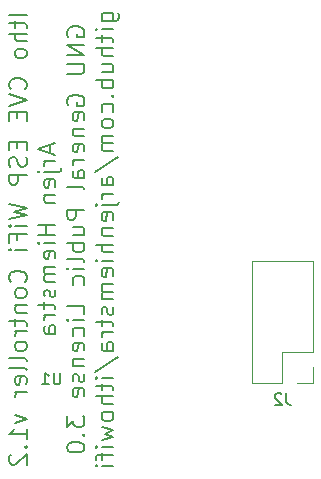
<source format=gbo>
G04 #@! TF.GenerationSoftware,KiCad,Pcbnew,(5.1.5-0-10_14)*
G04 #@! TF.CreationDate,2020-04-22T00:34:19+02:00*
G04 #@! TF.ProjectId,ithowifi,6974686f-7769-4666-992e-6b696361645f,rev?*
G04 #@! TF.SameCoordinates,Original*
G04 #@! TF.FileFunction,Legend,Bot*
G04 #@! TF.FilePolarity,Positive*
%FSLAX46Y46*%
G04 Gerber Fmt 4.6, Leading zero omitted, Abs format (unit mm)*
G04 Created by KiCad (PCBNEW (5.1.5-0-10_14)) date 2020-04-22 00:34:19*
%MOMM*%
%LPD*%
G04 APERTURE LIST*
%ADD10C,0.200000*%
%ADD11C,0.120000*%
%ADD12C,0.150000*%
G04 APERTURE END LIST*
D10*
X99111571Y-108000000D02*
X97611571Y-108000000D01*
X98111571Y-108500000D02*
X98111571Y-109071428D01*
X97611571Y-108714285D02*
X98897285Y-108714285D01*
X99040142Y-108785714D01*
X99111571Y-108928571D01*
X99111571Y-109071428D01*
X99111571Y-109571428D02*
X97611571Y-109571428D01*
X99111571Y-110214285D02*
X98325857Y-110214285D01*
X98183000Y-110142857D01*
X98111571Y-110000000D01*
X98111571Y-109785714D01*
X98183000Y-109642857D01*
X98254428Y-109571428D01*
X99111571Y-111142857D02*
X99040142Y-111000000D01*
X98968714Y-110928571D01*
X98825857Y-110857142D01*
X98397285Y-110857142D01*
X98254428Y-110928571D01*
X98183000Y-111000000D01*
X98111571Y-111142857D01*
X98111571Y-111357142D01*
X98183000Y-111500000D01*
X98254428Y-111571428D01*
X98397285Y-111642857D01*
X98825857Y-111642857D01*
X98968714Y-111571428D01*
X99040142Y-111500000D01*
X99111571Y-111357142D01*
X99111571Y-111142857D01*
X98968714Y-114285714D02*
X99040142Y-114214285D01*
X99111571Y-114000000D01*
X99111571Y-113857142D01*
X99040142Y-113642857D01*
X98897285Y-113500000D01*
X98754428Y-113428571D01*
X98468714Y-113357142D01*
X98254428Y-113357142D01*
X97968714Y-113428571D01*
X97825857Y-113500000D01*
X97683000Y-113642857D01*
X97611571Y-113857142D01*
X97611571Y-114000000D01*
X97683000Y-114214285D01*
X97754428Y-114285714D01*
X97611571Y-114714285D02*
X99111571Y-115214285D01*
X97611571Y-115714285D01*
X98325857Y-116214285D02*
X98325857Y-116714285D01*
X99111571Y-116928571D02*
X99111571Y-116214285D01*
X97611571Y-116214285D01*
X97611571Y-116928571D01*
X98325857Y-118714285D02*
X98325857Y-119214285D01*
X99111571Y-119428571D02*
X99111571Y-118714285D01*
X97611571Y-118714285D01*
X97611571Y-119428571D01*
X99040142Y-120000000D02*
X99111571Y-120214285D01*
X99111571Y-120571428D01*
X99040142Y-120714285D01*
X98968714Y-120785714D01*
X98825857Y-120857142D01*
X98683000Y-120857142D01*
X98540142Y-120785714D01*
X98468714Y-120714285D01*
X98397285Y-120571428D01*
X98325857Y-120285714D01*
X98254428Y-120142857D01*
X98183000Y-120071428D01*
X98040142Y-120000000D01*
X97897285Y-120000000D01*
X97754428Y-120071428D01*
X97683000Y-120142857D01*
X97611571Y-120285714D01*
X97611571Y-120642857D01*
X97683000Y-120857142D01*
X99111571Y-121500000D02*
X97611571Y-121500000D01*
X97611571Y-122071428D01*
X97683000Y-122214285D01*
X97754428Y-122285714D01*
X97897285Y-122357142D01*
X98111571Y-122357142D01*
X98254428Y-122285714D01*
X98325857Y-122214285D01*
X98397285Y-122071428D01*
X98397285Y-121500000D01*
X97611571Y-124000000D02*
X99111571Y-124357142D01*
X98040142Y-124642857D01*
X99111571Y-124928571D01*
X97611571Y-125285714D01*
X99111571Y-125857142D02*
X98111571Y-125857142D01*
X97611571Y-125857142D02*
X97683000Y-125785714D01*
X97754428Y-125857142D01*
X97683000Y-125928571D01*
X97611571Y-125857142D01*
X97754428Y-125857142D01*
X98325857Y-127071428D02*
X98325857Y-126571428D01*
X99111571Y-126571428D02*
X97611571Y-126571428D01*
X97611571Y-127285714D01*
X99111571Y-127857142D02*
X98111571Y-127857142D01*
X97611571Y-127857142D02*
X97683000Y-127785714D01*
X97754428Y-127857142D01*
X97683000Y-127928571D01*
X97611571Y-127857142D01*
X97754428Y-127857142D01*
X98968714Y-130571428D02*
X99040142Y-130500000D01*
X99111571Y-130285714D01*
X99111571Y-130142857D01*
X99040142Y-129928571D01*
X98897285Y-129785714D01*
X98754428Y-129714285D01*
X98468714Y-129642857D01*
X98254428Y-129642857D01*
X97968714Y-129714285D01*
X97825857Y-129785714D01*
X97683000Y-129928571D01*
X97611571Y-130142857D01*
X97611571Y-130285714D01*
X97683000Y-130500000D01*
X97754428Y-130571428D01*
X99111571Y-131428571D02*
X99040142Y-131285714D01*
X98968714Y-131214285D01*
X98825857Y-131142857D01*
X98397285Y-131142857D01*
X98254428Y-131214285D01*
X98183000Y-131285714D01*
X98111571Y-131428571D01*
X98111571Y-131642857D01*
X98183000Y-131785714D01*
X98254428Y-131857142D01*
X98397285Y-131928571D01*
X98825857Y-131928571D01*
X98968714Y-131857142D01*
X99040142Y-131785714D01*
X99111571Y-131642857D01*
X99111571Y-131428571D01*
X98111571Y-132571428D02*
X99111571Y-132571428D01*
X98254428Y-132571428D02*
X98183000Y-132642857D01*
X98111571Y-132785714D01*
X98111571Y-133000000D01*
X98183000Y-133142857D01*
X98325857Y-133214285D01*
X99111571Y-133214285D01*
X98111571Y-133714285D02*
X98111571Y-134285714D01*
X97611571Y-133928571D02*
X98897285Y-133928571D01*
X99040142Y-134000000D01*
X99111571Y-134142857D01*
X99111571Y-134285714D01*
X99111571Y-134785714D02*
X98111571Y-134785714D01*
X98397285Y-134785714D02*
X98254428Y-134857142D01*
X98183000Y-134928571D01*
X98111571Y-135071428D01*
X98111571Y-135214285D01*
X99111571Y-135928571D02*
X99040142Y-135785714D01*
X98968714Y-135714285D01*
X98825857Y-135642857D01*
X98397285Y-135642857D01*
X98254428Y-135714285D01*
X98183000Y-135785714D01*
X98111571Y-135928571D01*
X98111571Y-136142857D01*
X98183000Y-136285714D01*
X98254428Y-136357142D01*
X98397285Y-136428571D01*
X98825857Y-136428571D01*
X98968714Y-136357142D01*
X99040142Y-136285714D01*
X99111571Y-136142857D01*
X99111571Y-135928571D01*
X99111571Y-137285714D02*
X99040142Y-137142857D01*
X98897285Y-137071428D01*
X97611571Y-137071428D01*
X99111571Y-138071428D02*
X99040142Y-137928571D01*
X98897285Y-137857142D01*
X97611571Y-137857142D01*
X99040142Y-139214285D02*
X99111571Y-139071428D01*
X99111571Y-138785714D01*
X99040142Y-138642857D01*
X98897285Y-138571428D01*
X98325857Y-138571428D01*
X98183000Y-138642857D01*
X98111571Y-138785714D01*
X98111571Y-139071428D01*
X98183000Y-139214285D01*
X98325857Y-139285714D01*
X98468714Y-139285714D01*
X98611571Y-138571428D01*
X99111571Y-139928571D02*
X98111571Y-139928571D01*
X98397285Y-139928571D02*
X98254428Y-140000000D01*
X98183000Y-140071428D01*
X98111571Y-140214285D01*
X98111571Y-140357142D01*
X98111571Y-141857142D02*
X99111571Y-142214285D01*
X98111571Y-142571428D01*
X99111571Y-143928571D02*
X99111571Y-143071428D01*
X99111571Y-143500000D02*
X97611571Y-143500000D01*
X97825857Y-143357142D01*
X97968714Y-143214285D01*
X98040142Y-143071428D01*
X98968714Y-144571428D02*
X99040142Y-144642857D01*
X99111571Y-144571428D01*
X99040142Y-144500000D01*
X98968714Y-144571428D01*
X99111571Y-144571428D01*
X97754428Y-145214285D02*
X97683000Y-145285714D01*
X97611571Y-145428571D01*
X97611571Y-145785714D01*
X97683000Y-145928571D01*
X97754428Y-146000000D01*
X97897285Y-146071428D01*
X98040142Y-146071428D01*
X98254428Y-146000000D01*
X99111571Y-145142857D01*
X99111571Y-146071428D01*
X101133000Y-118964285D02*
X101133000Y-119678571D01*
X101561571Y-118821428D02*
X100061571Y-119321428D01*
X101561571Y-119821428D01*
X101561571Y-120321428D02*
X100561571Y-120321428D01*
X100847285Y-120321428D02*
X100704428Y-120392857D01*
X100633000Y-120464285D01*
X100561571Y-120607142D01*
X100561571Y-120750000D01*
X100561571Y-121250000D02*
X101847285Y-121250000D01*
X101990142Y-121178571D01*
X102061571Y-121035714D01*
X102061571Y-120964285D01*
X100061571Y-121250000D02*
X100133000Y-121178571D01*
X100204428Y-121250000D01*
X100133000Y-121321428D01*
X100061571Y-121250000D01*
X100204428Y-121250000D01*
X101490142Y-122535714D02*
X101561571Y-122392857D01*
X101561571Y-122107142D01*
X101490142Y-121964285D01*
X101347285Y-121892857D01*
X100775857Y-121892857D01*
X100633000Y-121964285D01*
X100561571Y-122107142D01*
X100561571Y-122392857D01*
X100633000Y-122535714D01*
X100775857Y-122607142D01*
X100918714Y-122607142D01*
X101061571Y-121892857D01*
X100561571Y-123250000D02*
X101561571Y-123250000D01*
X100704428Y-123250000D02*
X100633000Y-123321428D01*
X100561571Y-123464285D01*
X100561571Y-123678571D01*
X100633000Y-123821428D01*
X100775857Y-123892857D01*
X101561571Y-123892857D01*
X101561571Y-125750000D02*
X100061571Y-125750000D01*
X100775857Y-125750000D02*
X100775857Y-126607142D01*
X101561571Y-126607142D02*
X100061571Y-126607142D01*
X101561571Y-127321428D02*
X100561571Y-127321428D01*
X100061571Y-127321428D02*
X100133000Y-127250000D01*
X100204428Y-127321428D01*
X100133000Y-127392857D01*
X100061571Y-127321428D01*
X100204428Y-127321428D01*
X101490142Y-128607142D02*
X101561571Y-128464285D01*
X101561571Y-128178571D01*
X101490142Y-128035714D01*
X101347285Y-127964285D01*
X100775857Y-127964285D01*
X100633000Y-128035714D01*
X100561571Y-128178571D01*
X100561571Y-128464285D01*
X100633000Y-128607142D01*
X100775857Y-128678571D01*
X100918714Y-128678571D01*
X101061571Y-127964285D01*
X101561571Y-129321428D02*
X100561571Y-129321428D01*
X100704428Y-129321428D02*
X100633000Y-129392857D01*
X100561571Y-129535714D01*
X100561571Y-129750000D01*
X100633000Y-129892857D01*
X100775857Y-129964285D01*
X101561571Y-129964285D01*
X100775857Y-129964285D02*
X100633000Y-130035714D01*
X100561571Y-130178571D01*
X100561571Y-130392857D01*
X100633000Y-130535714D01*
X100775857Y-130607142D01*
X101561571Y-130607142D01*
X101490142Y-131250000D02*
X101561571Y-131392857D01*
X101561571Y-131678571D01*
X101490142Y-131821428D01*
X101347285Y-131892857D01*
X101275857Y-131892857D01*
X101133000Y-131821428D01*
X101061571Y-131678571D01*
X101061571Y-131464285D01*
X100990142Y-131321428D01*
X100847285Y-131250000D01*
X100775857Y-131250000D01*
X100633000Y-131321428D01*
X100561571Y-131464285D01*
X100561571Y-131678571D01*
X100633000Y-131821428D01*
X100561571Y-132321428D02*
X100561571Y-132892857D01*
X100061571Y-132535714D02*
X101347285Y-132535714D01*
X101490142Y-132607142D01*
X101561571Y-132750000D01*
X101561571Y-132892857D01*
X101561571Y-133392857D02*
X100561571Y-133392857D01*
X100847285Y-133392857D02*
X100704428Y-133464285D01*
X100633000Y-133535714D01*
X100561571Y-133678571D01*
X100561571Y-133821428D01*
X101561571Y-134964285D02*
X100775857Y-134964285D01*
X100633000Y-134892857D01*
X100561571Y-134750000D01*
X100561571Y-134464285D01*
X100633000Y-134321428D01*
X101490142Y-134964285D02*
X101561571Y-134821428D01*
X101561571Y-134464285D01*
X101490142Y-134321428D01*
X101347285Y-134250000D01*
X101204428Y-134250000D01*
X101061571Y-134321428D01*
X100990142Y-134464285D01*
X100990142Y-134821428D01*
X100918714Y-134964285D01*
X102583000Y-109821428D02*
X102511571Y-109678571D01*
X102511571Y-109464285D01*
X102583000Y-109250000D01*
X102725857Y-109107142D01*
X102868714Y-109035714D01*
X103154428Y-108964285D01*
X103368714Y-108964285D01*
X103654428Y-109035714D01*
X103797285Y-109107142D01*
X103940142Y-109250000D01*
X104011571Y-109464285D01*
X104011571Y-109607142D01*
X103940142Y-109821428D01*
X103868714Y-109892857D01*
X103368714Y-109892857D01*
X103368714Y-109607142D01*
X104011571Y-110535714D02*
X102511571Y-110535714D01*
X104011571Y-111392857D01*
X102511571Y-111392857D01*
X102511571Y-112107142D02*
X103725857Y-112107142D01*
X103868714Y-112178571D01*
X103940142Y-112250000D01*
X104011571Y-112392857D01*
X104011571Y-112678571D01*
X103940142Y-112821428D01*
X103868714Y-112892857D01*
X103725857Y-112964285D01*
X102511571Y-112964285D01*
X102583000Y-115607142D02*
X102511571Y-115464285D01*
X102511571Y-115250000D01*
X102583000Y-115035714D01*
X102725857Y-114892857D01*
X102868714Y-114821428D01*
X103154428Y-114750000D01*
X103368714Y-114750000D01*
X103654428Y-114821428D01*
X103797285Y-114892857D01*
X103940142Y-115035714D01*
X104011571Y-115250000D01*
X104011571Y-115392857D01*
X103940142Y-115607142D01*
X103868714Y-115678571D01*
X103368714Y-115678571D01*
X103368714Y-115392857D01*
X103940142Y-116892857D02*
X104011571Y-116750000D01*
X104011571Y-116464285D01*
X103940142Y-116321428D01*
X103797285Y-116250000D01*
X103225857Y-116250000D01*
X103083000Y-116321428D01*
X103011571Y-116464285D01*
X103011571Y-116750000D01*
X103083000Y-116892857D01*
X103225857Y-116964285D01*
X103368714Y-116964285D01*
X103511571Y-116250000D01*
X103011571Y-117607142D02*
X104011571Y-117607142D01*
X103154428Y-117607142D02*
X103083000Y-117678571D01*
X103011571Y-117821428D01*
X103011571Y-118035714D01*
X103083000Y-118178571D01*
X103225857Y-118250000D01*
X104011571Y-118250000D01*
X103940142Y-119535714D02*
X104011571Y-119392857D01*
X104011571Y-119107142D01*
X103940142Y-118964285D01*
X103797285Y-118892857D01*
X103225857Y-118892857D01*
X103083000Y-118964285D01*
X103011571Y-119107142D01*
X103011571Y-119392857D01*
X103083000Y-119535714D01*
X103225857Y-119607142D01*
X103368714Y-119607142D01*
X103511571Y-118892857D01*
X104011571Y-120250000D02*
X103011571Y-120250000D01*
X103297285Y-120250000D02*
X103154428Y-120321428D01*
X103083000Y-120392857D01*
X103011571Y-120535714D01*
X103011571Y-120678571D01*
X104011571Y-121821428D02*
X103225857Y-121821428D01*
X103083000Y-121750000D01*
X103011571Y-121607142D01*
X103011571Y-121321428D01*
X103083000Y-121178571D01*
X103940142Y-121821428D02*
X104011571Y-121678571D01*
X104011571Y-121321428D01*
X103940142Y-121178571D01*
X103797285Y-121107142D01*
X103654428Y-121107142D01*
X103511571Y-121178571D01*
X103440142Y-121321428D01*
X103440142Y-121678571D01*
X103368714Y-121821428D01*
X104011571Y-122750000D02*
X103940142Y-122607142D01*
X103797285Y-122535714D01*
X102511571Y-122535714D01*
X104011571Y-124464285D02*
X102511571Y-124464285D01*
X102511571Y-125035714D01*
X102583000Y-125178571D01*
X102654428Y-125250000D01*
X102797285Y-125321428D01*
X103011571Y-125321428D01*
X103154428Y-125250000D01*
X103225857Y-125178571D01*
X103297285Y-125035714D01*
X103297285Y-124464285D01*
X103011571Y-126607142D02*
X104011571Y-126607142D01*
X103011571Y-125964285D02*
X103797285Y-125964285D01*
X103940142Y-126035714D01*
X104011571Y-126178571D01*
X104011571Y-126392857D01*
X103940142Y-126535714D01*
X103868714Y-126607142D01*
X104011571Y-127321428D02*
X102511571Y-127321428D01*
X103083000Y-127321428D02*
X103011571Y-127464285D01*
X103011571Y-127750000D01*
X103083000Y-127892857D01*
X103154428Y-127964285D01*
X103297285Y-128035714D01*
X103725857Y-128035714D01*
X103868714Y-127964285D01*
X103940142Y-127892857D01*
X104011571Y-127750000D01*
X104011571Y-127464285D01*
X103940142Y-127321428D01*
X104011571Y-128892857D02*
X103940142Y-128750000D01*
X103797285Y-128678571D01*
X102511571Y-128678571D01*
X104011571Y-129464285D02*
X103011571Y-129464285D01*
X102511571Y-129464285D02*
X102583000Y-129392857D01*
X102654428Y-129464285D01*
X102583000Y-129535714D01*
X102511571Y-129464285D01*
X102654428Y-129464285D01*
X103940142Y-130821428D02*
X104011571Y-130678571D01*
X104011571Y-130392857D01*
X103940142Y-130250000D01*
X103868714Y-130178571D01*
X103725857Y-130107142D01*
X103297285Y-130107142D01*
X103154428Y-130178571D01*
X103083000Y-130250000D01*
X103011571Y-130392857D01*
X103011571Y-130678571D01*
X103083000Y-130821428D01*
X104011571Y-133321428D02*
X104011571Y-132607142D01*
X102511571Y-132607142D01*
X104011571Y-133821428D02*
X103011571Y-133821428D01*
X102511571Y-133821428D02*
X102583000Y-133750000D01*
X102654428Y-133821428D01*
X102583000Y-133892857D01*
X102511571Y-133821428D01*
X102654428Y-133821428D01*
X103940142Y-135178571D02*
X104011571Y-135035714D01*
X104011571Y-134750000D01*
X103940142Y-134607142D01*
X103868714Y-134535714D01*
X103725857Y-134464285D01*
X103297285Y-134464285D01*
X103154428Y-134535714D01*
X103083000Y-134607142D01*
X103011571Y-134750000D01*
X103011571Y-135035714D01*
X103083000Y-135178571D01*
X103940142Y-136392857D02*
X104011571Y-136250000D01*
X104011571Y-135964285D01*
X103940142Y-135821428D01*
X103797285Y-135750000D01*
X103225857Y-135750000D01*
X103083000Y-135821428D01*
X103011571Y-135964285D01*
X103011571Y-136250000D01*
X103083000Y-136392857D01*
X103225857Y-136464285D01*
X103368714Y-136464285D01*
X103511571Y-135750000D01*
X103011571Y-137107142D02*
X104011571Y-137107142D01*
X103154428Y-137107142D02*
X103083000Y-137178571D01*
X103011571Y-137321428D01*
X103011571Y-137535714D01*
X103083000Y-137678571D01*
X103225857Y-137750000D01*
X104011571Y-137750000D01*
X103940142Y-138392857D02*
X104011571Y-138535714D01*
X104011571Y-138821428D01*
X103940142Y-138964285D01*
X103797285Y-139035714D01*
X103725857Y-139035714D01*
X103583000Y-138964285D01*
X103511571Y-138821428D01*
X103511571Y-138607142D01*
X103440142Y-138464285D01*
X103297285Y-138392857D01*
X103225857Y-138392857D01*
X103083000Y-138464285D01*
X103011571Y-138607142D01*
X103011571Y-138821428D01*
X103083000Y-138964285D01*
X103940142Y-140250000D02*
X104011571Y-140107142D01*
X104011571Y-139821428D01*
X103940142Y-139678571D01*
X103797285Y-139607142D01*
X103225857Y-139607142D01*
X103083000Y-139678571D01*
X103011571Y-139821428D01*
X103011571Y-140107142D01*
X103083000Y-140250000D01*
X103225857Y-140321428D01*
X103368714Y-140321428D01*
X103511571Y-139607142D01*
X102511571Y-141964285D02*
X102511571Y-142892857D01*
X103083000Y-142392857D01*
X103083000Y-142607142D01*
X103154428Y-142750000D01*
X103225857Y-142821428D01*
X103368714Y-142892857D01*
X103725857Y-142892857D01*
X103868714Y-142821428D01*
X103940142Y-142750000D01*
X104011571Y-142607142D01*
X104011571Y-142178571D01*
X103940142Y-142035714D01*
X103868714Y-141964285D01*
X103868714Y-143535714D02*
X103940142Y-143607142D01*
X104011571Y-143535714D01*
X103940142Y-143464285D01*
X103868714Y-143535714D01*
X104011571Y-143535714D01*
X102511571Y-144535714D02*
X102511571Y-144678571D01*
X102583000Y-144821428D01*
X102654428Y-144892857D01*
X102797285Y-144964285D01*
X103083000Y-145035714D01*
X103440142Y-145035714D01*
X103725857Y-144964285D01*
X103868714Y-144892857D01*
X103940142Y-144821428D01*
X104011571Y-144678571D01*
X104011571Y-144535714D01*
X103940142Y-144392857D01*
X103868714Y-144321428D01*
X103725857Y-144250000D01*
X103440142Y-144178571D01*
X103083000Y-144178571D01*
X102797285Y-144250000D01*
X102654428Y-144321428D01*
X102583000Y-144392857D01*
X102511571Y-144535714D01*
X105461571Y-108500000D02*
X106675857Y-108500000D01*
X106818714Y-108428571D01*
X106890142Y-108357142D01*
X106961571Y-108214285D01*
X106961571Y-108000000D01*
X106890142Y-107857142D01*
X106390142Y-108500000D02*
X106461571Y-108357142D01*
X106461571Y-108071428D01*
X106390142Y-107928571D01*
X106318714Y-107857142D01*
X106175857Y-107785714D01*
X105747285Y-107785714D01*
X105604428Y-107857142D01*
X105533000Y-107928571D01*
X105461571Y-108071428D01*
X105461571Y-108357142D01*
X105533000Y-108500000D01*
X106461571Y-109214285D02*
X105461571Y-109214285D01*
X104961571Y-109214285D02*
X105033000Y-109142857D01*
X105104428Y-109214285D01*
X105033000Y-109285714D01*
X104961571Y-109214285D01*
X105104428Y-109214285D01*
X105461571Y-109714285D02*
X105461571Y-110285714D01*
X104961571Y-109928571D02*
X106247285Y-109928571D01*
X106390142Y-110000000D01*
X106461571Y-110142857D01*
X106461571Y-110285714D01*
X106461571Y-110785714D02*
X104961571Y-110785714D01*
X106461571Y-111428571D02*
X105675857Y-111428571D01*
X105533000Y-111357142D01*
X105461571Y-111214285D01*
X105461571Y-111000000D01*
X105533000Y-110857142D01*
X105604428Y-110785714D01*
X105461571Y-112785714D02*
X106461571Y-112785714D01*
X105461571Y-112142857D02*
X106247285Y-112142857D01*
X106390142Y-112214285D01*
X106461571Y-112357142D01*
X106461571Y-112571428D01*
X106390142Y-112714285D01*
X106318714Y-112785714D01*
X106461571Y-113500000D02*
X104961571Y-113500000D01*
X105533000Y-113500000D02*
X105461571Y-113642857D01*
X105461571Y-113928571D01*
X105533000Y-114071428D01*
X105604428Y-114142857D01*
X105747285Y-114214285D01*
X106175857Y-114214285D01*
X106318714Y-114142857D01*
X106390142Y-114071428D01*
X106461571Y-113928571D01*
X106461571Y-113642857D01*
X106390142Y-113500000D01*
X106318714Y-114857142D02*
X106390142Y-114928571D01*
X106461571Y-114857142D01*
X106390142Y-114785714D01*
X106318714Y-114857142D01*
X106461571Y-114857142D01*
X106390142Y-116214285D02*
X106461571Y-116071428D01*
X106461571Y-115785714D01*
X106390142Y-115642857D01*
X106318714Y-115571428D01*
X106175857Y-115500000D01*
X105747285Y-115500000D01*
X105604428Y-115571428D01*
X105533000Y-115642857D01*
X105461571Y-115785714D01*
X105461571Y-116071428D01*
X105533000Y-116214285D01*
X106461571Y-117071428D02*
X106390142Y-116928571D01*
X106318714Y-116857142D01*
X106175857Y-116785714D01*
X105747285Y-116785714D01*
X105604428Y-116857142D01*
X105533000Y-116928571D01*
X105461571Y-117071428D01*
X105461571Y-117285714D01*
X105533000Y-117428571D01*
X105604428Y-117500000D01*
X105747285Y-117571428D01*
X106175857Y-117571428D01*
X106318714Y-117500000D01*
X106390142Y-117428571D01*
X106461571Y-117285714D01*
X106461571Y-117071428D01*
X106461571Y-118214285D02*
X105461571Y-118214285D01*
X105604428Y-118214285D02*
X105533000Y-118285714D01*
X105461571Y-118428571D01*
X105461571Y-118642857D01*
X105533000Y-118785714D01*
X105675857Y-118857142D01*
X106461571Y-118857142D01*
X105675857Y-118857142D02*
X105533000Y-118928571D01*
X105461571Y-119071428D01*
X105461571Y-119285714D01*
X105533000Y-119428571D01*
X105675857Y-119500000D01*
X106461571Y-119500000D01*
X104890142Y-121285714D02*
X106818714Y-120000000D01*
X106461571Y-122428571D02*
X105675857Y-122428571D01*
X105533000Y-122357142D01*
X105461571Y-122214285D01*
X105461571Y-121928571D01*
X105533000Y-121785714D01*
X106390142Y-122428571D02*
X106461571Y-122285714D01*
X106461571Y-121928571D01*
X106390142Y-121785714D01*
X106247285Y-121714285D01*
X106104428Y-121714285D01*
X105961571Y-121785714D01*
X105890142Y-121928571D01*
X105890142Y-122285714D01*
X105818714Y-122428571D01*
X106461571Y-123142857D02*
X105461571Y-123142857D01*
X105747285Y-123142857D02*
X105604428Y-123214285D01*
X105533000Y-123285714D01*
X105461571Y-123428571D01*
X105461571Y-123571428D01*
X105461571Y-124071428D02*
X106747285Y-124071428D01*
X106890142Y-124000000D01*
X106961571Y-123857142D01*
X106961571Y-123785714D01*
X104961571Y-124071428D02*
X105033000Y-124000000D01*
X105104428Y-124071428D01*
X105033000Y-124142857D01*
X104961571Y-124071428D01*
X105104428Y-124071428D01*
X106390142Y-125357142D02*
X106461571Y-125214285D01*
X106461571Y-124928571D01*
X106390142Y-124785714D01*
X106247285Y-124714285D01*
X105675857Y-124714285D01*
X105533000Y-124785714D01*
X105461571Y-124928571D01*
X105461571Y-125214285D01*
X105533000Y-125357142D01*
X105675857Y-125428571D01*
X105818714Y-125428571D01*
X105961571Y-124714285D01*
X105461571Y-126071428D02*
X106461571Y-126071428D01*
X105604428Y-126071428D02*
X105533000Y-126142857D01*
X105461571Y-126285714D01*
X105461571Y-126500000D01*
X105533000Y-126642857D01*
X105675857Y-126714285D01*
X106461571Y-126714285D01*
X106461571Y-127428571D02*
X104961571Y-127428571D01*
X106461571Y-128071428D02*
X105675857Y-128071428D01*
X105533000Y-128000000D01*
X105461571Y-127857142D01*
X105461571Y-127642857D01*
X105533000Y-127500000D01*
X105604428Y-127428571D01*
X106461571Y-128785714D02*
X105461571Y-128785714D01*
X104961571Y-128785714D02*
X105033000Y-128714285D01*
X105104428Y-128785714D01*
X105033000Y-128857142D01*
X104961571Y-128785714D01*
X105104428Y-128785714D01*
X106390142Y-130071428D02*
X106461571Y-129928571D01*
X106461571Y-129642857D01*
X106390142Y-129500000D01*
X106247285Y-129428571D01*
X105675857Y-129428571D01*
X105533000Y-129500000D01*
X105461571Y-129642857D01*
X105461571Y-129928571D01*
X105533000Y-130071428D01*
X105675857Y-130142857D01*
X105818714Y-130142857D01*
X105961571Y-129428571D01*
X106461571Y-130785714D02*
X105461571Y-130785714D01*
X105604428Y-130785714D02*
X105533000Y-130857142D01*
X105461571Y-131000000D01*
X105461571Y-131214285D01*
X105533000Y-131357142D01*
X105675857Y-131428571D01*
X106461571Y-131428571D01*
X105675857Y-131428571D02*
X105533000Y-131500000D01*
X105461571Y-131642857D01*
X105461571Y-131857142D01*
X105533000Y-132000000D01*
X105675857Y-132071428D01*
X106461571Y-132071428D01*
X106390142Y-132714285D02*
X106461571Y-132857142D01*
X106461571Y-133142857D01*
X106390142Y-133285714D01*
X106247285Y-133357142D01*
X106175857Y-133357142D01*
X106033000Y-133285714D01*
X105961571Y-133142857D01*
X105961571Y-132928571D01*
X105890142Y-132785714D01*
X105747285Y-132714285D01*
X105675857Y-132714285D01*
X105533000Y-132785714D01*
X105461571Y-132928571D01*
X105461571Y-133142857D01*
X105533000Y-133285714D01*
X105461571Y-133785714D02*
X105461571Y-134357142D01*
X104961571Y-134000000D02*
X106247285Y-134000000D01*
X106390142Y-134071428D01*
X106461571Y-134214285D01*
X106461571Y-134357142D01*
X106461571Y-134857142D02*
X105461571Y-134857142D01*
X105747285Y-134857142D02*
X105604428Y-134928571D01*
X105533000Y-135000000D01*
X105461571Y-135142857D01*
X105461571Y-135285714D01*
X106461571Y-136428571D02*
X105675857Y-136428571D01*
X105533000Y-136357142D01*
X105461571Y-136214285D01*
X105461571Y-135928571D01*
X105533000Y-135785714D01*
X106390142Y-136428571D02*
X106461571Y-136285714D01*
X106461571Y-135928571D01*
X106390142Y-135785714D01*
X106247285Y-135714285D01*
X106104428Y-135714285D01*
X105961571Y-135785714D01*
X105890142Y-135928571D01*
X105890142Y-136285714D01*
X105818714Y-136428571D01*
X104890142Y-138214285D02*
X106818714Y-136928571D01*
X106461571Y-138714285D02*
X105461571Y-138714285D01*
X104961571Y-138714285D02*
X105033000Y-138642857D01*
X105104428Y-138714285D01*
X105033000Y-138785714D01*
X104961571Y-138714285D01*
X105104428Y-138714285D01*
X105461571Y-139214285D02*
X105461571Y-139785714D01*
X104961571Y-139428571D02*
X106247285Y-139428571D01*
X106390142Y-139500000D01*
X106461571Y-139642857D01*
X106461571Y-139785714D01*
X106461571Y-140285714D02*
X104961571Y-140285714D01*
X106461571Y-140928571D02*
X105675857Y-140928571D01*
X105533000Y-140857142D01*
X105461571Y-140714285D01*
X105461571Y-140500000D01*
X105533000Y-140357142D01*
X105604428Y-140285714D01*
X106461571Y-141857142D02*
X106390142Y-141714285D01*
X106318714Y-141642857D01*
X106175857Y-141571428D01*
X105747285Y-141571428D01*
X105604428Y-141642857D01*
X105533000Y-141714285D01*
X105461571Y-141857142D01*
X105461571Y-142071428D01*
X105533000Y-142214285D01*
X105604428Y-142285714D01*
X105747285Y-142357142D01*
X106175857Y-142357142D01*
X106318714Y-142285714D01*
X106390142Y-142214285D01*
X106461571Y-142071428D01*
X106461571Y-141857142D01*
X105461571Y-142857142D02*
X106461571Y-143142857D01*
X105747285Y-143428571D01*
X106461571Y-143714285D01*
X105461571Y-144000000D01*
X106461571Y-144571428D02*
X105461571Y-144571428D01*
X104961571Y-144571428D02*
X105033000Y-144500000D01*
X105104428Y-144571428D01*
X105033000Y-144642857D01*
X104961571Y-144571428D01*
X105104428Y-144571428D01*
X105461571Y-145071428D02*
X105461571Y-145642857D01*
X106461571Y-145285714D02*
X105175857Y-145285714D01*
X105033000Y-145357142D01*
X104961571Y-145500000D01*
X104961571Y-145642857D01*
X106461571Y-146142857D02*
X105461571Y-146142857D01*
X104961571Y-146142857D02*
X105033000Y-146071428D01*
X105104428Y-146142857D01*
X105033000Y-146214285D01*
X104961571Y-146142857D01*
X105104428Y-146142857D01*
D11*
X118177000Y-139125000D02*
X120777000Y-139125000D01*
X118177000Y-139125000D02*
X118177000Y-128845000D01*
X118177000Y-128845000D02*
X123377000Y-128845000D01*
X123377000Y-136525000D02*
X123377000Y-128845000D01*
X120777000Y-136525000D02*
X123377000Y-136525000D01*
X120777000Y-139125000D02*
X120777000Y-136525000D01*
X123377000Y-139125000D02*
X123377000Y-137795000D01*
X122047000Y-139125000D02*
X123377000Y-139125000D01*
D12*
X101980904Y-138277380D02*
X101980904Y-139086904D01*
X101933285Y-139182142D01*
X101885666Y-139229761D01*
X101790428Y-139277380D01*
X101599952Y-139277380D01*
X101504714Y-139229761D01*
X101457095Y-139182142D01*
X101409476Y-139086904D01*
X101409476Y-138277380D01*
X100409476Y-139277380D02*
X100980904Y-139277380D01*
X100695190Y-139277380D02*
X100695190Y-138277380D01*
X100790428Y-138420238D01*
X100885666Y-138515476D01*
X100980904Y-138563095D01*
X121110333Y-140017380D02*
X121110333Y-140731666D01*
X121157952Y-140874523D01*
X121253190Y-140969761D01*
X121396047Y-141017380D01*
X121491285Y-141017380D01*
X120681761Y-140112619D02*
X120634142Y-140065000D01*
X120538904Y-140017380D01*
X120300809Y-140017380D01*
X120205571Y-140065000D01*
X120157952Y-140112619D01*
X120110333Y-140207857D01*
X120110333Y-140303095D01*
X120157952Y-140445952D01*
X120729380Y-141017380D01*
X120110333Y-141017380D01*
M02*

</source>
